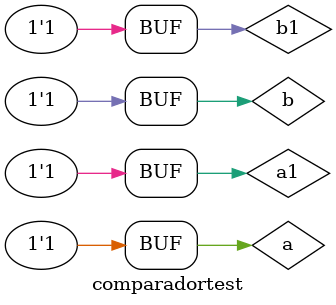
<source format=v>
module Comp0(output wire M, output wire igual, output wire m,
             input wire a, input wire b);

  wire wArriba, wAbajo;

  not notArriba(wArriba,a);
  not notAbajo(wAbajo,b);
  and andArriba(mayor,a,wAbajo);
  and andAbajo(menor,b,wArriba);
  nor norx(igual,M,m);

endmodule

module Comp1(output wire M1, output wire igual1, output wire m1,
             input wire a1, input wire b1);

  wire wArriba1, wAbajo1;

  not notArriba1(wArriba1,a1);
  not notAbajo1(wAbajo1,b1);
  and andArriba1(M1,a1,wAbajo1);
  and andAbajo1(m1,b1,wArriba1);
  nor nor1(igual1,M1,m1);

endmodule

module Compf;
	
	Comp0 c0 (M,m,igual,a,b);
	Comp1 c2 (M1,m1,igual1,a1,b1);

	wire Andarriba, Andabajo, mayorf, menorf, igualf;

  and andM(Andarriba,igual1,Mf);
  and andm(Andabajo,igual1,mf);
  and andi(igual,igual1,igualf);
  or orM(Andarriba,M1,Mf);
  or orm(Andabajo,m1,mf);

endmodule

module comparadortest; 

initial
	begin

	$monitor($time, "a=%b, b=%b, a1=%b, b1=%b, M=%b, m=%b, igual=%b", a,b,a1,b1,Mf,mf,igualf);
	 
	a=0; b=0;
      #5 a=0; b=1;
      #5 a=1; b=0;
      #5 a=1; b=1;
    a1=0; b1=0;
      #5 a1=0; b1=1;
      #5 a1=1; b1=0;
      #5 a1=1; b1=1;

      end
endmodule



</source>
